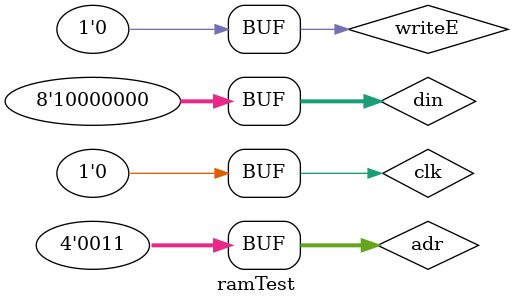
<source format=sv>
`timescale 1ns / 1ps


module ramTest();

logic clk,writeE,reset;
logic [3:0] adr;
logic [7:0] din,dout;

ram ram(clk, writeE,reset,adr,din,dout);



    always
        begin 
            clk = 1;#5;clk = 0;#5;
    end

initial begin


writeE = 1;
adr = 4'b0000;
din = 8'b1000_0000;
#20;
writeE = 0;
#20;
adr = 4'b0001;

#20;
adr = adr -1;
#20;
adr = adr -1;
#20;
adr = adr -1;

#20;
adr = adr +1;
#20;
adr = adr +1;
#20;
adr = adr +1;
#20;
adr = adr +1;

#20;
adr = adr +1;

#20;
adr = adr +1;

#20;
adr = adr +1;

#20;
adr = adr +1;

#20;
adr = adr +1;

#20;
adr = adr +1;

#20;
adr = adr +1;

#20;
adr = adr +1;

#20;
adr = adr +1;

#20;
adr = adr +1;

#20;
adr = adr +1;

#20;
adr = adr +1;

#20;
adr = adr +1;

#20;
adr = adr +1;
#20;
adr = adr +1;
#20;
adr = adr +1;
#20;
adr = adr +1;

end


endmodule

</source>
